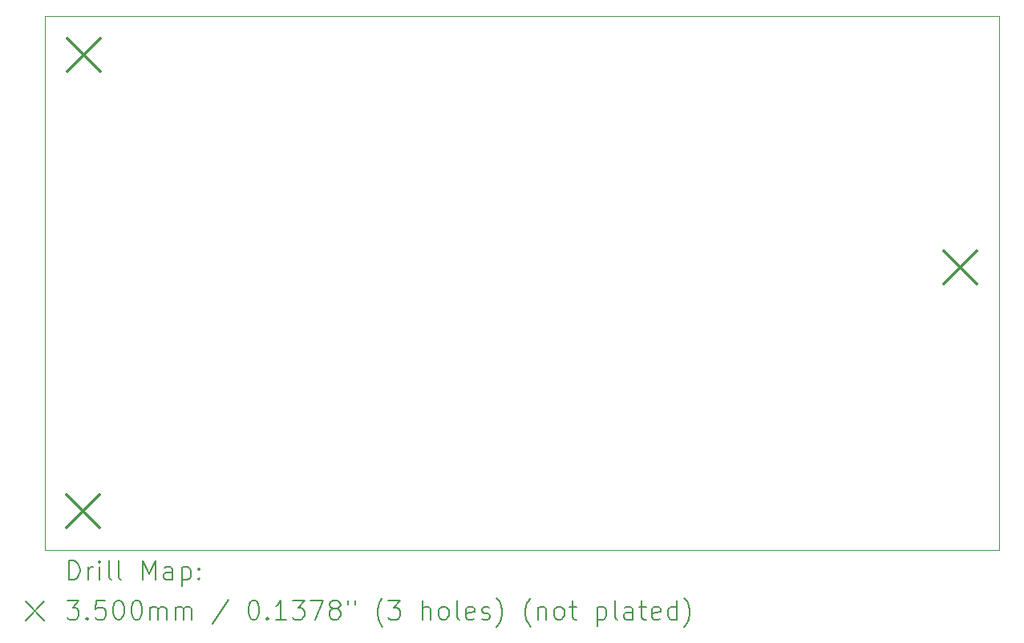
<source format=gbr>
%TF.GenerationSoftware,KiCad,Pcbnew,7.0.11-7.0.11~ubuntu22.04.1*%
%TF.CreationDate,2025-02-11T22:24:20-05:00*%
%TF.ProjectId,C64UltimatePSU,43363455-6c74-4696-9d61-74655053552e,rev?*%
%TF.SameCoordinates,Original*%
%TF.FileFunction,Drillmap*%
%TF.FilePolarity,Positive*%
%FSLAX45Y45*%
G04 Gerber Fmt 4.5, Leading zero omitted, Abs format (unit mm)*
G04 Created by KiCad (PCBNEW 7.0.11-7.0.11~ubuntu22.04.1) date 2025-02-11 22:24:20*
%MOMM*%
%LPD*%
G01*
G04 APERTURE LIST*
%ADD10C,0.100000*%
%ADD11C,0.200000*%
%ADD12C,0.350000*%
G04 APERTURE END LIST*
D10*
X9300000Y-3505200D02*
X19380200Y-3505200D01*
X19380200Y-9144000D01*
X9300000Y-9144000D01*
X9300000Y-3505200D01*
D11*
D12*
X9527800Y-8562600D02*
X9877800Y-8912600D01*
X9877800Y-8562600D02*
X9527800Y-8912600D01*
X9535420Y-3741680D02*
X9885420Y-4091680D01*
X9885420Y-3741680D02*
X9535420Y-4091680D01*
X18793720Y-5984500D02*
X19143720Y-6334500D01*
X19143720Y-5984500D02*
X18793720Y-6334500D01*
D11*
X9555777Y-9460484D02*
X9555777Y-9260484D01*
X9555777Y-9260484D02*
X9603396Y-9260484D01*
X9603396Y-9260484D02*
X9631967Y-9270008D01*
X9631967Y-9270008D02*
X9651015Y-9289055D01*
X9651015Y-9289055D02*
X9660539Y-9308103D01*
X9660539Y-9308103D02*
X9670063Y-9346198D01*
X9670063Y-9346198D02*
X9670063Y-9374770D01*
X9670063Y-9374770D02*
X9660539Y-9412865D01*
X9660539Y-9412865D02*
X9651015Y-9431912D01*
X9651015Y-9431912D02*
X9631967Y-9450960D01*
X9631967Y-9450960D02*
X9603396Y-9460484D01*
X9603396Y-9460484D02*
X9555777Y-9460484D01*
X9755777Y-9460484D02*
X9755777Y-9327150D01*
X9755777Y-9365246D02*
X9765301Y-9346198D01*
X9765301Y-9346198D02*
X9774824Y-9336674D01*
X9774824Y-9336674D02*
X9793872Y-9327150D01*
X9793872Y-9327150D02*
X9812920Y-9327150D01*
X9879586Y-9460484D02*
X9879586Y-9327150D01*
X9879586Y-9260484D02*
X9870063Y-9270008D01*
X9870063Y-9270008D02*
X9879586Y-9279531D01*
X9879586Y-9279531D02*
X9889110Y-9270008D01*
X9889110Y-9270008D02*
X9879586Y-9260484D01*
X9879586Y-9260484D02*
X9879586Y-9279531D01*
X10003396Y-9460484D02*
X9984348Y-9450960D01*
X9984348Y-9450960D02*
X9974824Y-9431912D01*
X9974824Y-9431912D02*
X9974824Y-9260484D01*
X10108158Y-9460484D02*
X10089110Y-9450960D01*
X10089110Y-9450960D02*
X10079586Y-9431912D01*
X10079586Y-9431912D02*
X10079586Y-9260484D01*
X10336729Y-9460484D02*
X10336729Y-9260484D01*
X10336729Y-9260484D02*
X10403396Y-9403341D01*
X10403396Y-9403341D02*
X10470063Y-9260484D01*
X10470063Y-9260484D02*
X10470063Y-9460484D01*
X10651015Y-9460484D02*
X10651015Y-9355722D01*
X10651015Y-9355722D02*
X10641491Y-9336674D01*
X10641491Y-9336674D02*
X10622444Y-9327150D01*
X10622444Y-9327150D02*
X10584348Y-9327150D01*
X10584348Y-9327150D02*
X10565301Y-9336674D01*
X10651015Y-9450960D02*
X10631967Y-9460484D01*
X10631967Y-9460484D02*
X10584348Y-9460484D01*
X10584348Y-9460484D02*
X10565301Y-9450960D01*
X10565301Y-9450960D02*
X10555777Y-9431912D01*
X10555777Y-9431912D02*
X10555777Y-9412865D01*
X10555777Y-9412865D02*
X10565301Y-9393817D01*
X10565301Y-9393817D02*
X10584348Y-9384293D01*
X10584348Y-9384293D02*
X10631967Y-9384293D01*
X10631967Y-9384293D02*
X10651015Y-9374770D01*
X10746253Y-9327150D02*
X10746253Y-9527150D01*
X10746253Y-9336674D02*
X10765301Y-9327150D01*
X10765301Y-9327150D02*
X10803396Y-9327150D01*
X10803396Y-9327150D02*
X10822444Y-9336674D01*
X10822444Y-9336674D02*
X10831967Y-9346198D01*
X10831967Y-9346198D02*
X10841491Y-9365246D01*
X10841491Y-9365246D02*
X10841491Y-9422389D01*
X10841491Y-9422389D02*
X10831967Y-9441436D01*
X10831967Y-9441436D02*
X10822444Y-9450960D01*
X10822444Y-9450960D02*
X10803396Y-9460484D01*
X10803396Y-9460484D02*
X10765301Y-9460484D01*
X10765301Y-9460484D02*
X10746253Y-9450960D01*
X10927205Y-9441436D02*
X10936729Y-9450960D01*
X10936729Y-9450960D02*
X10927205Y-9460484D01*
X10927205Y-9460484D02*
X10917682Y-9450960D01*
X10917682Y-9450960D02*
X10927205Y-9441436D01*
X10927205Y-9441436D02*
X10927205Y-9460484D01*
X10927205Y-9336674D02*
X10936729Y-9346198D01*
X10936729Y-9346198D02*
X10927205Y-9355722D01*
X10927205Y-9355722D02*
X10917682Y-9346198D01*
X10917682Y-9346198D02*
X10927205Y-9336674D01*
X10927205Y-9336674D02*
X10927205Y-9355722D01*
X9095000Y-9689000D02*
X9295000Y-9889000D01*
X9295000Y-9689000D02*
X9095000Y-9889000D01*
X9536729Y-9680484D02*
X9660539Y-9680484D01*
X9660539Y-9680484D02*
X9593872Y-9756674D01*
X9593872Y-9756674D02*
X9622444Y-9756674D01*
X9622444Y-9756674D02*
X9641491Y-9766198D01*
X9641491Y-9766198D02*
X9651015Y-9775722D01*
X9651015Y-9775722D02*
X9660539Y-9794770D01*
X9660539Y-9794770D02*
X9660539Y-9842389D01*
X9660539Y-9842389D02*
X9651015Y-9861436D01*
X9651015Y-9861436D02*
X9641491Y-9870960D01*
X9641491Y-9870960D02*
X9622444Y-9880484D01*
X9622444Y-9880484D02*
X9565301Y-9880484D01*
X9565301Y-9880484D02*
X9546253Y-9870960D01*
X9546253Y-9870960D02*
X9536729Y-9861436D01*
X9746253Y-9861436D02*
X9755777Y-9870960D01*
X9755777Y-9870960D02*
X9746253Y-9880484D01*
X9746253Y-9880484D02*
X9736729Y-9870960D01*
X9736729Y-9870960D02*
X9746253Y-9861436D01*
X9746253Y-9861436D02*
X9746253Y-9880484D01*
X9936729Y-9680484D02*
X9841491Y-9680484D01*
X9841491Y-9680484D02*
X9831967Y-9775722D01*
X9831967Y-9775722D02*
X9841491Y-9766198D01*
X9841491Y-9766198D02*
X9860539Y-9756674D01*
X9860539Y-9756674D02*
X9908158Y-9756674D01*
X9908158Y-9756674D02*
X9927205Y-9766198D01*
X9927205Y-9766198D02*
X9936729Y-9775722D01*
X9936729Y-9775722D02*
X9946253Y-9794770D01*
X9946253Y-9794770D02*
X9946253Y-9842389D01*
X9946253Y-9842389D02*
X9936729Y-9861436D01*
X9936729Y-9861436D02*
X9927205Y-9870960D01*
X9927205Y-9870960D02*
X9908158Y-9880484D01*
X9908158Y-9880484D02*
X9860539Y-9880484D01*
X9860539Y-9880484D02*
X9841491Y-9870960D01*
X9841491Y-9870960D02*
X9831967Y-9861436D01*
X10070063Y-9680484D02*
X10089110Y-9680484D01*
X10089110Y-9680484D02*
X10108158Y-9690008D01*
X10108158Y-9690008D02*
X10117682Y-9699531D01*
X10117682Y-9699531D02*
X10127205Y-9718579D01*
X10127205Y-9718579D02*
X10136729Y-9756674D01*
X10136729Y-9756674D02*
X10136729Y-9804293D01*
X10136729Y-9804293D02*
X10127205Y-9842389D01*
X10127205Y-9842389D02*
X10117682Y-9861436D01*
X10117682Y-9861436D02*
X10108158Y-9870960D01*
X10108158Y-9870960D02*
X10089110Y-9880484D01*
X10089110Y-9880484D02*
X10070063Y-9880484D01*
X10070063Y-9880484D02*
X10051015Y-9870960D01*
X10051015Y-9870960D02*
X10041491Y-9861436D01*
X10041491Y-9861436D02*
X10031967Y-9842389D01*
X10031967Y-9842389D02*
X10022444Y-9804293D01*
X10022444Y-9804293D02*
X10022444Y-9756674D01*
X10022444Y-9756674D02*
X10031967Y-9718579D01*
X10031967Y-9718579D02*
X10041491Y-9699531D01*
X10041491Y-9699531D02*
X10051015Y-9690008D01*
X10051015Y-9690008D02*
X10070063Y-9680484D01*
X10260539Y-9680484D02*
X10279586Y-9680484D01*
X10279586Y-9680484D02*
X10298634Y-9690008D01*
X10298634Y-9690008D02*
X10308158Y-9699531D01*
X10308158Y-9699531D02*
X10317682Y-9718579D01*
X10317682Y-9718579D02*
X10327205Y-9756674D01*
X10327205Y-9756674D02*
X10327205Y-9804293D01*
X10327205Y-9804293D02*
X10317682Y-9842389D01*
X10317682Y-9842389D02*
X10308158Y-9861436D01*
X10308158Y-9861436D02*
X10298634Y-9870960D01*
X10298634Y-9870960D02*
X10279586Y-9880484D01*
X10279586Y-9880484D02*
X10260539Y-9880484D01*
X10260539Y-9880484D02*
X10241491Y-9870960D01*
X10241491Y-9870960D02*
X10231967Y-9861436D01*
X10231967Y-9861436D02*
X10222444Y-9842389D01*
X10222444Y-9842389D02*
X10212920Y-9804293D01*
X10212920Y-9804293D02*
X10212920Y-9756674D01*
X10212920Y-9756674D02*
X10222444Y-9718579D01*
X10222444Y-9718579D02*
X10231967Y-9699531D01*
X10231967Y-9699531D02*
X10241491Y-9690008D01*
X10241491Y-9690008D02*
X10260539Y-9680484D01*
X10412920Y-9880484D02*
X10412920Y-9747150D01*
X10412920Y-9766198D02*
X10422444Y-9756674D01*
X10422444Y-9756674D02*
X10441491Y-9747150D01*
X10441491Y-9747150D02*
X10470063Y-9747150D01*
X10470063Y-9747150D02*
X10489110Y-9756674D01*
X10489110Y-9756674D02*
X10498634Y-9775722D01*
X10498634Y-9775722D02*
X10498634Y-9880484D01*
X10498634Y-9775722D02*
X10508158Y-9756674D01*
X10508158Y-9756674D02*
X10527205Y-9747150D01*
X10527205Y-9747150D02*
X10555777Y-9747150D01*
X10555777Y-9747150D02*
X10574825Y-9756674D01*
X10574825Y-9756674D02*
X10584348Y-9775722D01*
X10584348Y-9775722D02*
X10584348Y-9880484D01*
X10679586Y-9880484D02*
X10679586Y-9747150D01*
X10679586Y-9766198D02*
X10689110Y-9756674D01*
X10689110Y-9756674D02*
X10708158Y-9747150D01*
X10708158Y-9747150D02*
X10736729Y-9747150D01*
X10736729Y-9747150D02*
X10755777Y-9756674D01*
X10755777Y-9756674D02*
X10765301Y-9775722D01*
X10765301Y-9775722D02*
X10765301Y-9880484D01*
X10765301Y-9775722D02*
X10774825Y-9756674D01*
X10774825Y-9756674D02*
X10793872Y-9747150D01*
X10793872Y-9747150D02*
X10822444Y-9747150D01*
X10822444Y-9747150D02*
X10841491Y-9756674D01*
X10841491Y-9756674D02*
X10851015Y-9775722D01*
X10851015Y-9775722D02*
X10851015Y-9880484D01*
X11241491Y-9670960D02*
X11070063Y-9928103D01*
X11498634Y-9680484D02*
X11517682Y-9680484D01*
X11517682Y-9680484D02*
X11536729Y-9690008D01*
X11536729Y-9690008D02*
X11546253Y-9699531D01*
X11546253Y-9699531D02*
X11555777Y-9718579D01*
X11555777Y-9718579D02*
X11565301Y-9756674D01*
X11565301Y-9756674D02*
X11565301Y-9804293D01*
X11565301Y-9804293D02*
X11555777Y-9842389D01*
X11555777Y-9842389D02*
X11546253Y-9861436D01*
X11546253Y-9861436D02*
X11536729Y-9870960D01*
X11536729Y-9870960D02*
X11517682Y-9880484D01*
X11517682Y-9880484D02*
X11498634Y-9880484D01*
X11498634Y-9880484D02*
X11479586Y-9870960D01*
X11479586Y-9870960D02*
X11470063Y-9861436D01*
X11470063Y-9861436D02*
X11460539Y-9842389D01*
X11460539Y-9842389D02*
X11451015Y-9804293D01*
X11451015Y-9804293D02*
X11451015Y-9756674D01*
X11451015Y-9756674D02*
X11460539Y-9718579D01*
X11460539Y-9718579D02*
X11470063Y-9699531D01*
X11470063Y-9699531D02*
X11479586Y-9690008D01*
X11479586Y-9690008D02*
X11498634Y-9680484D01*
X11651015Y-9861436D02*
X11660539Y-9870960D01*
X11660539Y-9870960D02*
X11651015Y-9880484D01*
X11651015Y-9880484D02*
X11641491Y-9870960D01*
X11641491Y-9870960D02*
X11651015Y-9861436D01*
X11651015Y-9861436D02*
X11651015Y-9880484D01*
X11851015Y-9880484D02*
X11736729Y-9880484D01*
X11793872Y-9880484D02*
X11793872Y-9680484D01*
X11793872Y-9680484D02*
X11774825Y-9709055D01*
X11774825Y-9709055D02*
X11755777Y-9728103D01*
X11755777Y-9728103D02*
X11736729Y-9737627D01*
X11917682Y-9680484D02*
X12041491Y-9680484D01*
X12041491Y-9680484D02*
X11974825Y-9756674D01*
X11974825Y-9756674D02*
X12003396Y-9756674D01*
X12003396Y-9756674D02*
X12022444Y-9766198D01*
X12022444Y-9766198D02*
X12031967Y-9775722D01*
X12031967Y-9775722D02*
X12041491Y-9794770D01*
X12041491Y-9794770D02*
X12041491Y-9842389D01*
X12041491Y-9842389D02*
X12031967Y-9861436D01*
X12031967Y-9861436D02*
X12022444Y-9870960D01*
X12022444Y-9870960D02*
X12003396Y-9880484D01*
X12003396Y-9880484D02*
X11946253Y-9880484D01*
X11946253Y-9880484D02*
X11927206Y-9870960D01*
X11927206Y-9870960D02*
X11917682Y-9861436D01*
X12108158Y-9680484D02*
X12241491Y-9680484D01*
X12241491Y-9680484D02*
X12155777Y-9880484D01*
X12346253Y-9766198D02*
X12327206Y-9756674D01*
X12327206Y-9756674D02*
X12317682Y-9747150D01*
X12317682Y-9747150D02*
X12308158Y-9728103D01*
X12308158Y-9728103D02*
X12308158Y-9718579D01*
X12308158Y-9718579D02*
X12317682Y-9699531D01*
X12317682Y-9699531D02*
X12327206Y-9690008D01*
X12327206Y-9690008D02*
X12346253Y-9680484D01*
X12346253Y-9680484D02*
X12384348Y-9680484D01*
X12384348Y-9680484D02*
X12403396Y-9690008D01*
X12403396Y-9690008D02*
X12412920Y-9699531D01*
X12412920Y-9699531D02*
X12422444Y-9718579D01*
X12422444Y-9718579D02*
X12422444Y-9728103D01*
X12422444Y-9728103D02*
X12412920Y-9747150D01*
X12412920Y-9747150D02*
X12403396Y-9756674D01*
X12403396Y-9756674D02*
X12384348Y-9766198D01*
X12384348Y-9766198D02*
X12346253Y-9766198D01*
X12346253Y-9766198D02*
X12327206Y-9775722D01*
X12327206Y-9775722D02*
X12317682Y-9785246D01*
X12317682Y-9785246D02*
X12308158Y-9804293D01*
X12308158Y-9804293D02*
X12308158Y-9842389D01*
X12308158Y-9842389D02*
X12317682Y-9861436D01*
X12317682Y-9861436D02*
X12327206Y-9870960D01*
X12327206Y-9870960D02*
X12346253Y-9880484D01*
X12346253Y-9880484D02*
X12384348Y-9880484D01*
X12384348Y-9880484D02*
X12403396Y-9870960D01*
X12403396Y-9870960D02*
X12412920Y-9861436D01*
X12412920Y-9861436D02*
X12422444Y-9842389D01*
X12422444Y-9842389D02*
X12422444Y-9804293D01*
X12422444Y-9804293D02*
X12412920Y-9785246D01*
X12412920Y-9785246D02*
X12403396Y-9775722D01*
X12403396Y-9775722D02*
X12384348Y-9766198D01*
X12498634Y-9680484D02*
X12498634Y-9718579D01*
X12574825Y-9680484D02*
X12574825Y-9718579D01*
X12870063Y-9956674D02*
X12860539Y-9947150D01*
X12860539Y-9947150D02*
X12841491Y-9918579D01*
X12841491Y-9918579D02*
X12831968Y-9899531D01*
X12831968Y-9899531D02*
X12822444Y-9870960D01*
X12822444Y-9870960D02*
X12812920Y-9823341D01*
X12812920Y-9823341D02*
X12812920Y-9785246D01*
X12812920Y-9785246D02*
X12822444Y-9737627D01*
X12822444Y-9737627D02*
X12831968Y-9709055D01*
X12831968Y-9709055D02*
X12841491Y-9690008D01*
X12841491Y-9690008D02*
X12860539Y-9661436D01*
X12860539Y-9661436D02*
X12870063Y-9651912D01*
X12927206Y-9680484D02*
X13051015Y-9680484D01*
X13051015Y-9680484D02*
X12984348Y-9756674D01*
X12984348Y-9756674D02*
X13012920Y-9756674D01*
X13012920Y-9756674D02*
X13031968Y-9766198D01*
X13031968Y-9766198D02*
X13041491Y-9775722D01*
X13041491Y-9775722D02*
X13051015Y-9794770D01*
X13051015Y-9794770D02*
X13051015Y-9842389D01*
X13051015Y-9842389D02*
X13041491Y-9861436D01*
X13041491Y-9861436D02*
X13031968Y-9870960D01*
X13031968Y-9870960D02*
X13012920Y-9880484D01*
X13012920Y-9880484D02*
X12955777Y-9880484D01*
X12955777Y-9880484D02*
X12936729Y-9870960D01*
X12936729Y-9870960D02*
X12927206Y-9861436D01*
X13289110Y-9880484D02*
X13289110Y-9680484D01*
X13374825Y-9880484D02*
X13374825Y-9775722D01*
X13374825Y-9775722D02*
X13365301Y-9756674D01*
X13365301Y-9756674D02*
X13346253Y-9747150D01*
X13346253Y-9747150D02*
X13317682Y-9747150D01*
X13317682Y-9747150D02*
X13298634Y-9756674D01*
X13298634Y-9756674D02*
X13289110Y-9766198D01*
X13498634Y-9880484D02*
X13479587Y-9870960D01*
X13479587Y-9870960D02*
X13470063Y-9861436D01*
X13470063Y-9861436D02*
X13460539Y-9842389D01*
X13460539Y-9842389D02*
X13460539Y-9785246D01*
X13460539Y-9785246D02*
X13470063Y-9766198D01*
X13470063Y-9766198D02*
X13479587Y-9756674D01*
X13479587Y-9756674D02*
X13498634Y-9747150D01*
X13498634Y-9747150D02*
X13527206Y-9747150D01*
X13527206Y-9747150D02*
X13546253Y-9756674D01*
X13546253Y-9756674D02*
X13555777Y-9766198D01*
X13555777Y-9766198D02*
X13565301Y-9785246D01*
X13565301Y-9785246D02*
X13565301Y-9842389D01*
X13565301Y-9842389D02*
X13555777Y-9861436D01*
X13555777Y-9861436D02*
X13546253Y-9870960D01*
X13546253Y-9870960D02*
X13527206Y-9880484D01*
X13527206Y-9880484D02*
X13498634Y-9880484D01*
X13679587Y-9880484D02*
X13660539Y-9870960D01*
X13660539Y-9870960D02*
X13651015Y-9851912D01*
X13651015Y-9851912D02*
X13651015Y-9680484D01*
X13831968Y-9870960D02*
X13812920Y-9880484D01*
X13812920Y-9880484D02*
X13774825Y-9880484D01*
X13774825Y-9880484D02*
X13755777Y-9870960D01*
X13755777Y-9870960D02*
X13746253Y-9851912D01*
X13746253Y-9851912D02*
X13746253Y-9775722D01*
X13746253Y-9775722D02*
X13755777Y-9756674D01*
X13755777Y-9756674D02*
X13774825Y-9747150D01*
X13774825Y-9747150D02*
X13812920Y-9747150D01*
X13812920Y-9747150D02*
X13831968Y-9756674D01*
X13831968Y-9756674D02*
X13841491Y-9775722D01*
X13841491Y-9775722D02*
X13841491Y-9794770D01*
X13841491Y-9794770D02*
X13746253Y-9813817D01*
X13917682Y-9870960D02*
X13936730Y-9880484D01*
X13936730Y-9880484D02*
X13974825Y-9880484D01*
X13974825Y-9880484D02*
X13993872Y-9870960D01*
X13993872Y-9870960D02*
X14003396Y-9851912D01*
X14003396Y-9851912D02*
X14003396Y-9842389D01*
X14003396Y-9842389D02*
X13993872Y-9823341D01*
X13993872Y-9823341D02*
X13974825Y-9813817D01*
X13974825Y-9813817D02*
X13946253Y-9813817D01*
X13946253Y-9813817D02*
X13927206Y-9804293D01*
X13927206Y-9804293D02*
X13917682Y-9785246D01*
X13917682Y-9785246D02*
X13917682Y-9775722D01*
X13917682Y-9775722D02*
X13927206Y-9756674D01*
X13927206Y-9756674D02*
X13946253Y-9747150D01*
X13946253Y-9747150D02*
X13974825Y-9747150D01*
X13974825Y-9747150D02*
X13993872Y-9756674D01*
X14070063Y-9956674D02*
X14079587Y-9947150D01*
X14079587Y-9947150D02*
X14098634Y-9918579D01*
X14098634Y-9918579D02*
X14108158Y-9899531D01*
X14108158Y-9899531D02*
X14117682Y-9870960D01*
X14117682Y-9870960D02*
X14127206Y-9823341D01*
X14127206Y-9823341D02*
X14127206Y-9785246D01*
X14127206Y-9785246D02*
X14117682Y-9737627D01*
X14117682Y-9737627D02*
X14108158Y-9709055D01*
X14108158Y-9709055D02*
X14098634Y-9690008D01*
X14098634Y-9690008D02*
X14079587Y-9661436D01*
X14079587Y-9661436D02*
X14070063Y-9651912D01*
X14431968Y-9956674D02*
X14422444Y-9947150D01*
X14422444Y-9947150D02*
X14403396Y-9918579D01*
X14403396Y-9918579D02*
X14393872Y-9899531D01*
X14393872Y-9899531D02*
X14384349Y-9870960D01*
X14384349Y-9870960D02*
X14374825Y-9823341D01*
X14374825Y-9823341D02*
X14374825Y-9785246D01*
X14374825Y-9785246D02*
X14384349Y-9737627D01*
X14384349Y-9737627D02*
X14393872Y-9709055D01*
X14393872Y-9709055D02*
X14403396Y-9690008D01*
X14403396Y-9690008D02*
X14422444Y-9661436D01*
X14422444Y-9661436D02*
X14431968Y-9651912D01*
X14508158Y-9747150D02*
X14508158Y-9880484D01*
X14508158Y-9766198D02*
X14517682Y-9756674D01*
X14517682Y-9756674D02*
X14536730Y-9747150D01*
X14536730Y-9747150D02*
X14565301Y-9747150D01*
X14565301Y-9747150D02*
X14584349Y-9756674D01*
X14584349Y-9756674D02*
X14593872Y-9775722D01*
X14593872Y-9775722D02*
X14593872Y-9880484D01*
X14717682Y-9880484D02*
X14698634Y-9870960D01*
X14698634Y-9870960D02*
X14689111Y-9861436D01*
X14689111Y-9861436D02*
X14679587Y-9842389D01*
X14679587Y-9842389D02*
X14679587Y-9785246D01*
X14679587Y-9785246D02*
X14689111Y-9766198D01*
X14689111Y-9766198D02*
X14698634Y-9756674D01*
X14698634Y-9756674D02*
X14717682Y-9747150D01*
X14717682Y-9747150D02*
X14746253Y-9747150D01*
X14746253Y-9747150D02*
X14765301Y-9756674D01*
X14765301Y-9756674D02*
X14774825Y-9766198D01*
X14774825Y-9766198D02*
X14784349Y-9785246D01*
X14784349Y-9785246D02*
X14784349Y-9842389D01*
X14784349Y-9842389D02*
X14774825Y-9861436D01*
X14774825Y-9861436D02*
X14765301Y-9870960D01*
X14765301Y-9870960D02*
X14746253Y-9880484D01*
X14746253Y-9880484D02*
X14717682Y-9880484D01*
X14841492Y-9747150D02*
X14917682Y-9747150D01*
X14870063Y-9680484D02*
X14870063Y-9851912D01*
X14870063Y-9851912D02*
X14879587Y-9870960D01*
X14879587Y-9870960D02*
X14898634Y-9880484D01*
X14898634Y-9880484D02*
X14917682Y-9880484D01*
X15136730Y-9747150D02*
X15136730Y-9947150D01*
X15136730Y-9756674D02*
X15155777Y-9747150D01*
X15155777Y-9747150D02*
X15193873Y-9747150D01*
X15193873Y-9747150D02*
X15212920Y-9756674D01*
X15212920Y-9756674D02*
X15222444Y-9766198D01*
X15222444Y-9766198D02*
X15231968Y-9785246D01*
X15231968Y-9785246D02*
X15231968Y-9842389D01*
X15231968Y-9842389D02*
X15222444Y-9861436D01*
X15222444Y-9861436D02*
X15212920Y-9870960D01*
X15212920Y-9870960D02*
X15193873Y-9880484D01*
X15193873Y-9880484D02*
X15155777Y-9880484D01*
X15155777Y-9880484D02*
X15136730Y-9870960D01*
X15346253Y-9880484D02*
X15327206Y-9870960D01*
X15327206Y-9870960D02*
X15317682Y-9851912D01*
X15317682Y-9851912D02*
X15317682Y-9680484D01*
X15508158Y-9880484D02*
X15508158Y-9775722D01*
X15508158Y-9775722D02*
X15498634Y-9756674D01*
X15498634Y-9756674D02*
X15479587Y-9747150D01*
X15479587Y-9747150D02*
X15441492Y-9747150D01*
X15441492Y-9747150D02*
X15422444Y-9756674D01*
X15508158Y-9870960D02*
X15489111Y-9880484D01*
X15489111Y-9880484D02*
X15441492Y-9880484D01*
X15441492Y-9880484D02*
X15422444Y-9870960D01*
X15422444Y-9870960D02*
X15412920Y-9851912D01*
X15412920Y-9851912D02*
X15412920Y-9832865D01*
X15412920Y-9832865D02*
X15422444Y-9813817D01*
X15422444Y-9813817D02*
X15441492Y-9804293D01*
X15441492Y-9804293D02*
X15489111Y-9804293D01*
X15489111Y-9804293D02*
X15508158Y-9794770D01*
X15574825Y-9747150D02*
X15651015Y-9747150D01*
X15603396Y-9680484D02*
X15603396Y-9851912D01*
X15603396Y-9851912D02*
X15612920Y-9870960D01*
X15612920Y-9870960D02*
X15631968Y-9880484D01*
X15631968Y-9880484D02*
X15651015Y-9880484D01*
X15793873Y-9870960D02*
X15774825Y-9880484D01*
X15774825Y-9880484D02*
X15736730Y-9880484D01*
X15736730Y-9880484D02*
X15717682Y-9870960D01*
X15717682Y-9870960D02*
X15708158Y-9851912D01*
X15708158Y-9851912D02*
X15708158Y-9775722D01*
X15708158Y-9775722D02*
X15717682Y-9756674D01*
X15717682Y-9756674D02*
X15736730Y-9747150D01*
X15736730Y-9747150D02*
X15774825Y-9747150D01*
X15774825Y-9747150D02*
X15793873Y-9756674D01*
X15793873Y-9756674D02*
X15803396Y-9775722D01*
X15803396Y-9775722D02*
X15803396Y-9794770D01*
X15803396Y-9794770D02*
X15708158Y-9813817D01*
X15974825Y-9880484D02*
X15974825Y-9680484D01*
X15974825Y-9870960D02*
X15955777Y-9880484D01*
X15955777Y-9880484D02*
X15917682Y-9880484D01*
X15917682Y-9880484D02*
X15898634Y-9870960D01*
X15898634Y-9870960D02*
X15889111Y-9861436D01*
X15889111Y-9861436D02*
X15879587Y-9842389D01*
X15879587Y-9842389D02*
X15879587Y-9785246D01*
X15879587Y-9785246D02*
X15889111Y-9766198D01*
X15889111Y-9766198D02*
X15898634Y-9756674D01*
X15898634Y-9756674D02*
X15917682Y-9747150D01*
X15917682Y-9747150D02*
X15955777Y-9747150D01*
X15955777Y-9747150D02*
X15974825Y-9756674D01*
X16051015Y-9956674D02*
X16060539Y-9947150D01*
X16060539Y-9947150D02*
X16079587Y-9918579D01*
X16079587Y-9918579D02*
X16089111Y-9899531D01*
X16089111Y-9899531D02*
X16098634Y-9870960D01*
X16098634Y-9870960D02*
X16108158Y-9823341D01*
X16108158Y-9823341D02*
X16108158Y-9785246D01*
X16108158Y-9785246D02*
X16098634Y-9737627D01*
X16098634Y-9737627D02*
X16089111Y-9709055D01*
X16089111Y-9709055D02*
X16079587Y-9690008D01*
X16079587Y-9690008D02*
X16060539Y-9661436D01*
X16060539Y-9661436D02*
X16051015Y-9651912D01*
M02*

</source>
